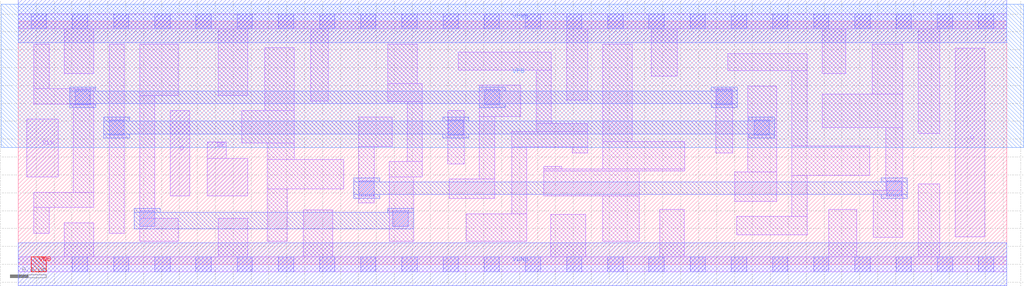
<source format=lef>
# Copyright 2020 The SkyWater PDK Authors
#
# Licensed under the Apache License, Version 2.0 (the "License");
# you may not use this file except in compliance with the License.
# You may obtain a copy of the License at
#
#     https://www.apache.org/licenses/LICENSE-2.0
#
# Unless required by applicable law or agreed to in writing, software
# distributed under the License is distributed on an "AS IS" BASIS,
# WITHOUT WARRANTIES OR CONDITIONS OF ANY KIND, either express or implied.
# See the License for the specific language governing permissions and
# limitations under the License.
#
# SPDX-License-Identifier: Apache-2.0

VERSION 5.7 ;
  NOWIREEXTENSIONATPIN ON ;
  DIVIDERCHAR "/" ;
  BUSBITCHARS "[]" ;
MACRO sky130_fd_sc_hd__edfxtp_1
  CLASS CORE ;
  FOREIGN sky130_fd_sc_hd__edfxtp_1 ;
  ORIGIN  0.000000  0.000000 ;
  SIZE  11.04000 BY  2.720000 ;
  SYMMETRY X Y R90 ;
  SITE unithd ;
  PIN D
    ANTENNAGATEAREA  0.159000 ;
    DIRECTION INPUT ;
    USE SIGNAL ;
    PORT
      LAYER li1 ;
        RECT 1.695000 0.765000 1.915000 1.720000 ;
    END
  END D
  PIN DE
    ANTENNAGATEAREA  0.318000 ;
    DIRECTION INPUT ;
    USE SIGNAL ;
    PORT
      LAYER li1 ;
        RECT 2.110000 0.765000 2.565000 1.185000 ;
        RECT 2.110000 1.185000 2.325000 1.370000 ;
    END
  END DE
  PIN Q
    ANTENNADIFFAREA  0.462000 ;
    DIRECTION OUTPUT ;
    USE SIGNAL ;
    PORT
      LAYER li1 ;
        RECT 10.465000 0.305000 10.795000 2.420000 ;
    END
  END Q
  PIN VNB
    PORT
      LAYER pwell ;
        RECT 0.145000 -0.085000 0.315000 0.085000 ;
    END
  END VNB
  PIN VPB
    PORT
      LAYER nwell ;
        RECT -0.190000 1.305000 11.230000 2.910000 ;
    END
  END VPB
  PIN CLK
    ANTENNAGATEAREA  0.159000 ;
    DIRECTION INPUT ;
    USE CLOCK ;
    PORT
      LAYER li1 ;
        RECT 0.095000 0.975000 0.445000 1.625000 ;
    END
  END CLK
  PIN VGND
    DIRECTION INOUT ;
    SHAPE ABUTMENT ;
    USE GROUND ;
    PORT
      LAYER met1 ;
        RECT 0.000000 -0.240000 11.040000 0.240000 ;
    END
  END VGND
  PIN VPWR
    DIRECTION INOUT ;
    SHAPE ABUTMENT ;
    USE POWER ;
    PORT
      LAYER met1 ;
        RECT 0.000000 2.480000 11.040000 2.960000 ;
    END
  END VPWR
  OBS
    LAYER li1 ;
      RECT  0.000000 -0.085000 11.040000 0.085000 ;
      RECT  0.000000  2.635000 11.040000 2.805000 ;
      RECT  0.175000  0.345000  0.345000 0.635000 ;
      RECT  0.175000  0.635000  0.845000 0.805000 ;
      RECT  0.175000  1.795000  0.845000 1.965000 ;
      RECT  0.175000  1.965000  0.345000 2.465000 ;
      RECT  0.515000  0.085000  0.845000 0.465000 ;
      RECT  0.515000  2.135000  0.845000 2.635000 ;
      RECT  0.615000  0.805000  0.845000 1.795000 ;
      RECT  1.015000  0.345000  1.185000 2.465000 ;
      RECT  1.355000  0.255000  1.785000 0.515000 ;
      RECT  1.355000  0.515000  1.525000 1.890000 ;
      RECT  1.355000  1.890000  1.785000 2.465000 ;
      RECT  2.235000  0.085000  2.565000 0.515000 ;
      RECT  2.235000  1.890000  2.565000 2.635000 ;
      RECT  2.495000  1.355000  3.085000 1.720000 ;
      RECT  2.755000  1.720000  3.085000 2.425000 ;
      RECT  2.780000  0.255000  3.005000 0.845000 ;
      RECT  2.780000  0.845000  3.635000 1.175000 ;
      RECT  2.780000  1.175000  3.085000 1.355000 ;
      RECT  3.185000  0.085000  3.515000 0.610000 ;
      RECT  3.265000  1.825000  3.460000 2.635000 ;
      RECT  3.805000  0.685000  3.975000 1.320000 ;
      RECT  3.805000  1.320000  4.175000 1.650000 ;
      RECT  4.125000  1.820000  4.515000 2.020000 ;
      RECT  4.125000  2.020000  4.455000 2.465000 ;
      RECT  4.145000  0.255000  4.415000 0.980000 ;
      RECT  4.145000  0.980000  4.515000 1.150000 ;
      RECT  4.345000  1.150000  4.515000 1.820000 ;
      RECT  4.795000  1.125000  4.980000 1.720000 ;
      RECT  4.815000  0.735000  5.320000 0.955000 ;
      RECT  4.915000  2.175000  5.955000 2.375000 ;
      RECT  5.005000  0.255000  5.680000 0.565000 ;
      RECT  5.150000  0.955000  5.320000 1.655000 ;
      RECT  5.150000  1.655000  5.615000 2.005000 ;
      RECT  5.510000  0.565000  5.680000 1.315000 ;
      RECT  5.510000  1.315000  6.360000 1.485000 ;
      RECT  5.785000  1.485000  6.360000 1.575000 ;
      RECT  5.785000  1.575000  5.955000 2.175000 ;
      RECT  5.870000  0.765000  6.935000 1.045000 ;
      RECT  5.870000  1.045000  7.445000 1.065000 ;
      RECT  5.870000  1.065000  6.070000 1.095000 ;
      RECT  5.945000  0.085000  6.340000 0.560000 ;
      RECT  6.125000  1.835000  6.360000 2.635000 ;
      RECT  6.190000  1.245000  6.360000 1.315000 ;
      RECT  6.530000  0.255000  6.935000 0.765000 ;
      RECT  6.530000  1.065000  7.445000 1.375000 ;
      RECT  6.530000  1.375000  6.860000 2.465000 ;
      RECT  7.070000  2.105000  7.360000 2.635000 ;
      RECT  7.165000  0.085000  7.440000 0.615000 ;
      RECT  7.790000  1.245000  7.980000 1.965000 ;
      RECT  7.925000  2.165000  8.810000 2.355000 ;
      RECT  8.005000  0.705000  8.470000 1.035000 ;
      RECT  8.025000  0.330000  8.810000 0.535000 ;
      RECT  8.150000  1.035000  8.470000 1.995000 ;
      RECT  8.640000  0.535000  8.810000 0.995000 ;
      RECT  8.640000  0.995000  9.510000 1.325000 ;
      RECT  8.640000  1.325000  8.810000 2.165000 ;
      RECT  8.980000  1.530000  9.880000 1.905000 ;
      RECT  8.980000  2.135000  9.240000 2.635000 ;
      RECT  9.050000  0.085000  9.365000 0.615000 ;
      RECT  9.540000  1.905000  9.880000 2.465000 ;
      RECT  9.550000  0.300000  9.880000 0.825000 ;
      RECT  9.690000  0.825000  9.880000 1.530000 ;
      RECT 10.050000  0.085000 10.295000 0.900000 ;
      RECT 10.050000  1.465000 10.295000 2.635000 ;
    LAYER mcon ;
      RECT  0.145000 -0.085000  0.315000 0.085000 ;
      RECT  0.145000  2.635000  0.315000 2.805000 ;
      RECT  0.605000 -0.085000  0.775000 0.085000 ;
      RECT  0.605000  2.635000  0.775000 2.805000 ;
      RECT  0.635000  1.785000  0.805000 1.955000 ;
      RECT  1.015000  1.445000  1.185000 1.615000 ;
      RECT  1.065000 -0.085000  1.235000 0.085000 ;
      RECT  1.065000  2.635000  1.235000 2.805000 ;
      RECT  1.355000  0.425000  1.525000 0.595000 ;
      RECT  1.525000 -0.085000  1.695000 0.085000 ;
      RECT  1.525000  2.635000  1.695000 2.805000 ;
      RECT  1.985000 -0.085000  2.155000 0.085000 ;
      RECT  1.985000  2.635000  2.155000 2.805000 ;
      RECT  2.445000 -0.085000  2.615000 0.085000 ;
      RECT  2.445000  2.635000  2.615000 2.805000 ;
      RECT  2.905000 -0.085000  3.075000 0.085000 ;
      RECT  2.905000  2.635000  3.075000 2.805000 ;
      RECT  3.365000 -0.085000  3.535000 0.085000 ;
      RECT  3.365000  2.635000  3.535000 2.805000 ;
      RECT  3.805000  0.765000  3.975000 0.935000 ;
      RECT  3.825000 -0.085000  3.995000 0.085000 ;
      RECT  3.825000  2.635000  3.995000 2.805000 ;
      RECT  4.185000  0.425000  4.355000 0.595000 ;
      RECT  4.285000 -0.085000  4.455000 0.085000 ;
      RECT  4.285000  2.635000  4.455000 2.805000 ;
      RECT  4.745000 -0.085000  4.915000 0.085000 ;
      RECT  4.745000  2.635000  4.915000 2.805000 ;
      RECT  4.800000  1.445000  4.970000 1.615000 ;
      RECT  5.205000 -0.085000  5.375000 0.085000 ;
      RECT  5.205000  2.635000  5.375000 2.805000 ;
      RECT  5.210000  1.785000  5.380000 1.955000 ;
      RECT  5.665000 -0.085000  5.835000 0.085000 ;
      RECT  5.665000  2.635000  5.835000 2.805000 ;
      RECT  6.125000 -0.085000  6.295000 0.085000 ;
      RECT  6.125000  2.635000  6.295000 2.805000 ;
      RECT  6.585000 -0.085000  6.755000 0.085000 ;
      RECT  6.585000  2.635000  6.755000 2.805000 ;
      RECT  7.045000 -0.085000  7.215000 0.085000 ;
      RECT  7.045000  2.635000  7.215000 2.805000 ;
      RECT  7.505000 -0.085000  7.675000 0.085000 ;
      RECT  7.505000  2.635000  7.675000 2.805000 ;
      RECT  7.800000  1.785000  7.970000 1.955000 ;
      RECT  7.965000 -0.085000  8.135000 0.085000 ;
      RECT  7.965000  2.635000  8.135000 2.805000 ;
      RECT  8.220000  1.445000  8.390000 1.615000 ;
      RECT  8.425000 -0.085000  8.595000 0.085000 ;
      RECT  8.425000  2.635000  8.595000 2.805000 ;
      RECT  8.885000 -0.085000  9.055000 0.085000 ;
      RECT  8.885000  2.635000  9.055000 2.805000 ;
      RECT  9.345000 -0.085000  9.515000 0.085000 ;
      RECT  9.345000  2.635000  9.515000 2.805000 ;
      RECT  9.700000  0.765000  9.870000 0.935000 ;
      RECT  9.805000 -0.085000  9.975000 0.085000 ;
      RECT  9.805000  2.635000  9.975000 2.805000 ;
      RECT 10.265000 -0.085000 10.435000 0.085000 ;
      RECT 10.265000  2.635000 10.435000 2.805000 ;
      RECT 10.725000 -0.085000 10.895000 0.085000 ;
      RECT 10.725000  2.635000 10.895000 2.805000 ;
    LAYER met1 ;
      RECT 0.575000 1.755000 0.865000 1.800000 ;
      RECT 0.575000 1.800000 8.030000 1.940000 ;
      RECT 0.575000 1.940000 0.865000 1.985000 ;
      RECT 0.955000 1.415000 1.245000 1.460000 ;
      RECT 0.955000 1.460000 8.450000 1.600000 ;
      RECT 0.955000 1.600000 1.245000 1.645000 ;
      RECT 1.295000 0.395000 4.415000 0.580000 ;
      RECT 1.295000 0.580000 1.585000 0.625000 ;
      RECT 3.745000 0.735000 4.035000 0.780000 ;
      RECT 3.745000 0.780000 9.930000 0.920000 ;
      RECT 3.745000 0.920000 4.035000 0.965000 ;
      RECT 4.125000 0.580000 4.415000 0.625000 ;
      RECT 4.740000 1.415000 5.030000 1.460000 ;
      RECT 4.740000 1.600000 5.030000 1.645000 ;
      RECT 5.150000 1.755000 5.440000 1.800000 ;
      RECT 5.150000 1.940000 5.440000 1.985000 ;
      RECT 7.740000 1.755000 8.030000 1.800000 ;
      RECT 7.740000 1.940000 8.030000 1.985000 ;
      RECT 8.160000 1.415000 8.450000 1.460000 ;
      RECT 8.160000 1.600000 8.450000 1.645000 ;
      RECT 9.640000 0.735000 9.930000 0.780000 ;
      RECT 9.640000 0.920000 9.930000 0.965000 ;
  END
END sky130_fd_sc_hd__edfxtp_1
END LIBRARY

</source>
